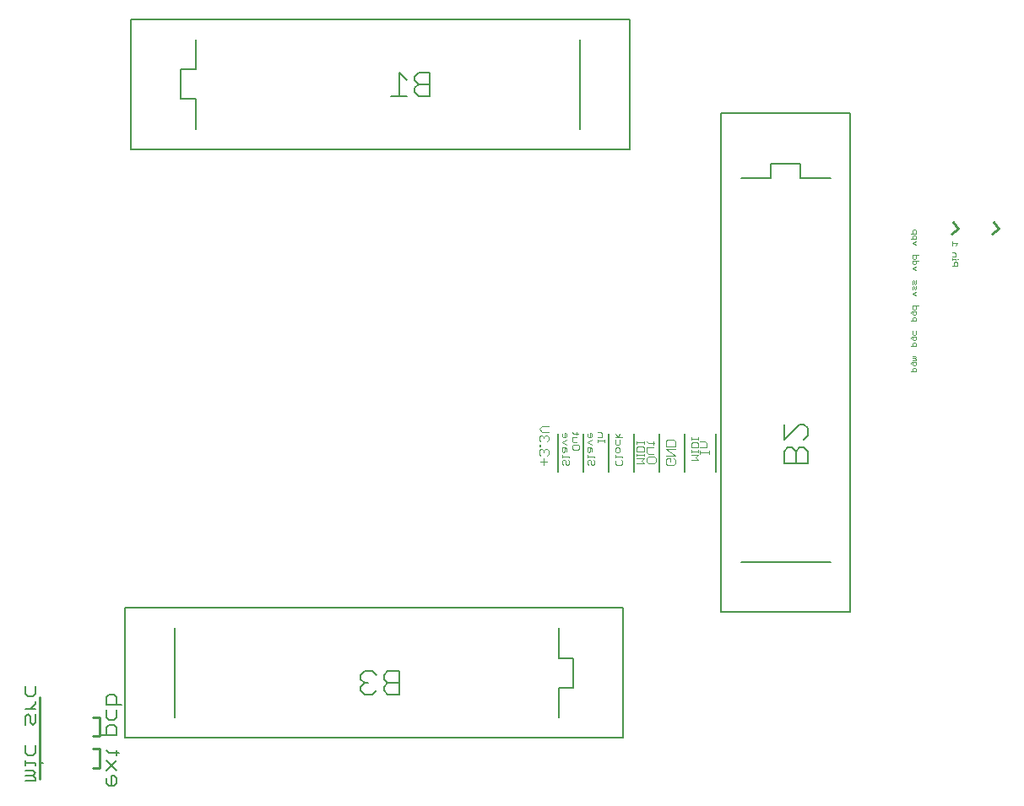
<source format=gbr>
G04 EAGLE Gerber X2 export*
%TF.Part,Single*%
%TF.FileFunction,Legend,Bot,1*%
%TF.FilePolarity,Positive*%
%TF.GenerationSoftware,Autodesk,EAGLE,8.7.0*%
%TF.CreationDate,2018-03-11T21:08:06Z*%
G75*
%MOMM*%
%FSLAX34Y34*%
%LPD*%
%AMOC8*
5,1,8,0,0,1.08239X$1,22.5*%
G01*
%ADD10C,0.254000*%
%ADD11C,0.203200*%
%ADD12C,0.050800*%
%ADD13C,0.076200*%
%ADD14C,0.127000*%


D10*
X942340Y572770D02*
X947420Y566420D01*
X941070Y561340D01*
X982980Y572770D02*
X988060Y566420D01*
X981710Y561340D01*
D11*
X546100Y360680D02*
X546100Y322580D01*
X571500Y322580D02*
X571500Y360680D01*
X596900Y360680D02*
X596900Y322580D01*
X647700Y322580D02*
X647700Y360680D01*
X673100Y360680D02*
X673100Y322580D01*
X622300Y322580D02*
X622300Y360680D01*
X704850Y360680D02*
X704850Y322580D01*
D10*
X86360Y76200D02*
X80010Y76200D01*
X80010Y25400D02*
X86360Y25400D01*
X86360Y44450D01*
X80010Y44450D01*
X86360Y57150D02*
X86360Y76200D01*
X86360Y57150D02*
X80010Y57150D01*
X26670Y96520D02*
X26670Y13970D01*
D12*
X901954Y526628D02*
X905683Y524764D01*
X905683Y528493D02*
X901954Y526628D01*
X901954Y534106D02*
X907547Y534106D01*
X901954Y534106D02*
X901954Y531309D01*
X902886Y530377D01*
X904750Y530377D01*
X905683Y531309D01*
X905683Y534106D01*
X907547Y539719D02*
X901954Y539719D01*
X901954Y536922D01*
X902886Y535990D01*
X904750Y535990D01*
X905683Y536922D01*
X905683Y539719D01*
X901954Y501228D02*
X905683Y499364D01*
X905683Y503093D02*
X901954Y501228D01*
X901954Y504977D02*
X901954Y507773D01*
X902886Y508706D01*
X903818Y507773D01*
X903818Y505909D01*
X904750Y504977D01*
X905683Y505909D01*
X905683Y508706D01*
X901954Y510590D02*
X901954Y513387D01*
X902886Y514319D01*
X903818Y513387D01*
X903818Y511522D01*
X904750Y510590D01*
X905683Y511522D01*
X905683Y514319D01*
X905683Y550164D02*
X901954Y552028D01*
X905683Y553893D01*
X905683Y555777D02*
X900090Y555777D01*
X905683Y555777D02*
X905683Y558573D01*
X904750Y559506D01*
X902886Y559506D01*
X901954Y558573D01*
X901954Y555777D01*
X900090Y561390D02*
X905683Y561390D01*
X905683Y564187D01*
X904750Y565119D01*
X902886Y565119D01*
X901954Y564187D01*
X901954Y561390D01*
X900090Y473964D02*
X905683Y473964D01*
X905683Y476760D01*
X904750Y477693D01*
X902886Y477693D01*
X901954Y476760D01*
X901954Y473964D01*
X900090Y481441D02*
X900090Y482373D01*
X901022Y483306D01*
X905683Y483306D01*
X905683Y480509D01*
X904750Y479577D01*
X902886Y479577D01*
X901954Y480509D01*
X901954Y483306D01*
X901954Y488919D02*
X907547Y488919D01*
X901954Y488919D02*
X901954Y486122D01*
X902886Y485190D01*
X904750Y485190D01*
X905683Y486122D01*
X905683Y488919D01*
X905683Y448564D02*
X900090Y448564D01*
X905683Y448564D02*
X905683Y451360D01*
X904750Y452293D01*
X902886Y452293D01*
X901954Y451360D01*
X901954Y448564D01*
X900090Y456041D02*
X900090Y456973D01*
X901022Y457906D01*
X905683Y457906D01*
X905683Y455109D01*
X904750Y454177D01*
X902886Y454177D01*
X901954Y455109D01*
X901954Y457906D01*
X905683Y460722D02*
X905683Y463519D01*
X905683Y460722D02*
X904750Y459790D01*
X902886Y459790D01*
X901954Y460722D01*
X901954Y463519D01*
X900090Y423164D02*
X905683Y423164D01*
X905683Y425960D01*
X904750Y426893D01*
X902886Y426893D01*
X901954Y425960D01*
X901954Y423164D01*
X900090Y430641D02*
X900090Y431573D01*
X901022Y432506D01*
X905683Y432506D01*
X905683Y429709D01*
X904750Y428777D01*
X902886Y428777D01*
X901954Y429709D01*
X901954Y432506D01*
X901954Y434390D02*
X905683Y434390D01*
X905683Y435322D01*
X904750Y436254D01*
X901954Y436254D01*
X904750Y436254D02*
X905683Y437187D01*
X904750Y438119D01*
X901954Y438119D01*
X941578Y529049D02*
X947171Y529049D01*
X947171Y531846D01*
X946239Y532778D01*
X944374Y532778D01*
X943442Y531846D01*
X943442Y529049D01*
X945307Y534663D02*
X945307Y535595D01*
X941578Y535595D01*
X941578Y534663D02*
X941578Y536527D01*
X947171Y535595D02*
X948103Y535595D01*
X945307Y538405D02*
X941578Y538405D01*
X945307Y538405D02*
X945307Y541201D01*
X944374Y542133D01*
X941578Y542133D01*
X945307Y549631D02*
X947171Y551495D01*
X941578Y551495D01*
X941578Y549631D02*
X941578Y553359D01*
D13*
X632593Y330581D02*
X625221Y330581D01*
X630136Y333038D02*
X632593Y330581D01*
X630136Y333038D02*
X632593Y335496D01*
X625221Y335496D01*
X625221Y338065D02*
X625221Y340523D01*
X625221Y339294D02*
X632593Y339294D01*
X632593Y338065D02*
X632593Y340523D01*
X632593Y343055D02*
X625221Y343055D01*
X625221Y346741D01*
X626450Y347969D01*
X631365Y347969D01*
X632593Y346741D01*
X632593Y343055D01*
X625221Y350539D02*
X625221Y352996D01*
X625221Y351767D02*
X632593Y351767D01*
X632593Y350539D02*
X632593Y352996D01*
X662269Y335582D02*
X663837Y334014D01*
X663837Y330879D01*
X662269Y329311D01*
X655999Y329311D01*
X654431Y330879D01*
X654431Y334014D01*
X655999Y335582D01*
X659134Y335582D01*
X659134Y332446D01*
X654431Y338666D02*
X663837Y338666D01*
X654431Y344937D01*
X663837Y344937D01*
X663837Y348021D02*
X654431Y348021D01*
X654431Y352724D01*
X655999Y354292D01*
X662269Y354292D01*
X663837Y352724D01*
X663837Y348021D01*
X532134Y335582D02*
X532134Y329311D01*
X535269Y332446D02*
X528999Y332446D01*
X535269Y338666D02*
X536837Y340234D01*
X536837Y343369D01*
X535269Y344937D01*
X533702Y344937D01*
X532134Y343369D01*
X532134Y341802D01*
X532134Y343369D02*
X530566Y344937D01*
X528999Y344937D01*
X527431Y343369D01*
X527431Y340234D01*
X528999Y338666D01*
X528999Y348021D02*
X527431Y348021D01*
X528999Y348021D02*
X528999Y349589D01*
X527431Y349589D01*
X527431Y348021D01*
X535269Y352699D02*
X536837Y354267D01*
X536837Y357402D01*
X535269Y358970D01*
X533702Y358970D01*
X532134Y357402D01*
X532134Y355834D01*
X532134Y357402D02*
X530566Y358970D01*
X528999Y358970D01*
X527431Y357402D01*
X527431Y354267D01*
X528999Y352699D01*
X530566Y362054D02*
X536837Y362054D01*
X530566Y362054D02*
X527431Y365190D01*
X530566Y368325D01*
X536837Y368325D01*
X556435Y334226D02*
X557663Y332997D01*
X557663Y330540D01*
X556435Y329311D01*
X555206Y329311D01*
X553977Y330540D01*
X553977Y332997D01*
X552748Y334226D01*
X551520Y334226D01*
X550291Y332997D01*
X550291Y330540D01*
X551520Y329311D01*
X557663Y336795D02*
X557663Y338024D01*
X550291Y338024D01*
X550291Y336795D02*
X550291Y339253D01*
X555206Y343013D02*
X555206Y345471D01*
X553977Y346699D01*
X550291Y346699D01*
X550291Y343013D01*
X551520Y341785D01*
X552748Y343013D01*
X552748Y346699D01*
X555206Y349269D02*
X550291Y351726D01*
X555206Y354184D01*
X550291Y357982D02*
X550291Y360439D01*
X550291Y357982D02*
X551520Y356753D01*
X553977Y356753D01*
X555206Y357982D01*
X555206Y360439D01*
X553977Y361668D01*
X552748Y361668D01*
X552748Y356753D01*
X567823Y348237D02*
X567823Y345780D01*
X566595Y344551D01*
X561680Y344551D01*
X560451Y345780D01*
X560451Y348237D01*
X561680Y349466D01*
X566595Y349466D01*
X567823Y348237D01*
X565366Y352035D02*
X561680Y352035D01*
X560451Y353264D01*
X560451Y356950D01*
X565366Y356950D01*
X566595Y360748D02*
X561680Y360748D01*
X560451Y361977D01*
X565366Y361977D02*
X565366Y359519D01*
X581835Y334226D02*
X583063Y332997D01*
X583063Y330540D01*
X581835Y329311D01*
X580606Y329311D01*
X579377Y330540D01*
X579377Y332997D01*
X578148Y334226D01*
X576920Y334226D01*
X575691Y332997D01*
X575691Y330540D01*
X576920Y329311D01*
X583063Y336795D02*
X583063Y338024D01*
X575691Y338024D01*
X575691Y336795D02*
X575691Y339253D01*
X580606Y343013D02*
X580606Y345471D01*
X579377Y346699D01*
X575691Y346699D01*
X575691Y343013D01*
X576920Y341785D01*
X578148Y343013D01*
X578148Y346699D01*
X580606Y349269D02*
X575691Y351726D01*
X580606Y354184D01*
X575691Y357982D02*
X575691Y360439D01*
X575691Y357982D02*
X576920Y356753D01*
X579377Y356753D01*
X580606Y357982D01*
X580606Y360439D01*
X579377Y361668D01*
X578148Y361668D01*
X578148Y356753D01*
X585851Y354628D02*
X585851Y352171D01*
X585851Y353400D02*
X593223Y353400D01*
X593223Y354628D02*
X593223Y352171D01*
X590766Y357160D02*
X585851Y357160D01*
X590766Y357160D02*
X590766Y360847D01*
X589537Y362075D01*
X585851Y362075D01*
X609775Y334226D02*
X611003Y332997D01*
X611003Y330540D01*
X609775Y329311D01*
X604860Y329311D01*
X603631Y330540D01*
X603631Y332997D01*
X604860Y334226D01*
X611003Y336795D02*
X611003Y338024D01*
X603631Y338024D01*
X603631Y336795D02*
X603631Y339253D01*
X603631Y343013D02*
X603631Y345471D01*
X604860Y346699D01*
X607317Y346699D01*
X608546Y345471D01*
X608546Y343013D01*
X607317Y341785D01*
X604860Y341785D01*
X603631Y343013D01*
X608546Y350497D02*
X608546Y354184D01*
X608546Y350497D02*
X607317Y349269D01*
X604860Y349269D01*
X603631Y350497D01*
X603631Y354184D01*
X603631Y356753D02*
X611003Y356753D01*
X606088Y356753D02*
X603631Y360439D01*
X606088Y356753D02*
X608546Y360439D01*
X644787Y335737D02*
X644787Y332601D01*
X643219Y331034D01*
X636949Y331034D01*
X635381Y332601D01*
X635381Y335737D01*
X636949Y337305D01*
X643219Y337305D01*
X644787Y335737D01*
X641652Y340389D02*
X636949Y340389D01*
X635381Y341957D01*
X635381Y346660D01*
X641652Y346660D01*
X643219Y351312D02*
X636949Y351312D01*
X635381Y352880D01*
X641652Y352880D02*
X641652Y349744D01*
X679831Y334391D02*
X687203Y334391D01*
X684746Y336848D01*
X687203Y339306D01*
X679831Y339306D01*
X679831Y341875D02*
X679831Y344333D01*
X679831Y343104D02*
X687203Y343104D01*
X687203Y341875D02*
X687203Y344333D01*
X687203Y346865D02*
X679831Y346865D01*
X679831Y350551D01*
X681060Y351779D01*
X685975Y351779D01*
X687203Y350551D01*
X687203Y346865D01*
X679831Y354349D02*
X679831Y356806D01*
X679831Y355577D02*
X687203Y355577D01*
X687203Y354349D02*
X687203Y356806D01*
X688721Y343524D02*
X688721Y340389D01*
X688721Y341957D02*
X698127Y341957D01*
X698127Y343524D02*
X698127Y340389D01*
X694992Y346626D02*
X688721Y346626D01*
X694992Y346626D02*
X694992Y351329D01*
X693424Y352897D01*
X688721Y352897D01*
D14*
X93345Y14739D02*
X93345Y9570D01*
X95930Y6985D01*
X101099Y6985D01*
X103683Y9570D01*
X103683Y14739D01*
X101099Y17323D01*
X98514Y17323D01*
X98514Y6985D01*
X103683Y22421D02*
X93345Y32759D01*
X93345Y22421D02*
X103683Y32759D01*
X106268Y40442D02*
X95930Y40442D01*
X93345Y43026D01*
X103683Y43026D02*
X103683Y37857D01*
X103683Y57785D02*
X88176Y57785D01*
X103683Y57785D02*
X103683Y65539D01*
X101099Y68123D01*
X95930Y68123D01*
X93345Y65539D01*
X93345Y57785D01*
X103683Y75806D02*
X103683Y83559D01*
X103683Y75806D02*
X101099Y73221D01*
X95930Y73221D01*
X93345Y75806D01*
X93345Y83559D01*
X93345Y88657D02*
X108852Y88657D01*
X93345Y88657D02*
X93345Y96411D01*
X95930Y98995D01*
X101099Y98995D01*
X103683Y96411D01*
X103683Y88657D01*
X22149Y12061D02*
X11811Y12061D01*
X22149Y12061D02*
X22149Y14645D01*
X19565Y17230D01*
X11811Y17230D01*
X19565Y17230D02*
X22149Y19814D01*
X19565Y22399D01*
X11811Y22399D01*
X22149Y27497D02*
X22149Y30081D01*
X11811Y30081D01*
X11811Y27497D02*
X11811Y32666D01*
X27318Y30081D02*
X29903Y30081D01*
X22149Y40372D02*
X22149Y48125D01*
X22149Y40372D02*
X19565Y37787D01*
X14396Y37787D01*
X11811Y40372D01*
X11811Y48125D01*
X11811Y68659D02*
X11811Y76413D01*
X14396Y78998D01*
X16980Y76413D01*
X16980Y71244D01*
X19565Y68659D01*
X22149Y71244D01*
X22149Y78998D01*
X22149Y84095D02*
X11811Y84095D01*
X16980Y84095D02*
X22149Y89265D01*
X22149Y91849D01*
X22149Y99543D02*
X22149Y107297D01*
X22149Y99543D02*
X19565Y96959D01*
X14396Y96959D01*
X11811Y99543D01*
X11811Y107297D01*
X568300Y666200D02*
X568300Y756200D01*
X183300Y696200D02*
X183300Y666200D01*
X183300Y696200D02*
X168300Y696200D01*
X168300Y726200D01*
X183300Y726200D01*
X183300Y756200D01*
X618300Y776200D02*
X618300Y646200D01*
X618300Y776200D02*
X118300Y776200D01*
X118300Y646200D01*
X618300Y646200D01*
D11*
X418084Y699516D02*
X418084Y722904D01*
X406390Y722904D01*
X402492Y719006D01*
X402492Y715108D01*
X406390Y711210D01*
X402492Y707312D01*
X402492Y703414D01*
X406390Y699516D01*
X418084Y699516D01*
X418084Y711210D02*
X406390Y711210D01*
X394696Y715108D02*
X386900Y722904D01*
X386900Y699516D01*
X394696Y699516D02*
X379104Y699516D01*
D14*
X729700Y231800D02*
X819700Y231800D01*
X759700Y616800D02*
X729700Y616800D01*
X759700Y616800D02*
X759700Y631800D01*
X789700Y631800D01*
X789700Y616800D01*
X819700Y616800D01*
X839700Y181800D02*
X709700Y181800D01*
X839700Y181800D02*
X839700Y681800D01*
X709700Y681800D01*
X709700Y181800D01*
D11*
X773176Y331216D02*
X796564Y331216D01*
X796564Y342910D01*
X792666Y346808D01*
X788768Y346808D01*
X784870Y342910D01*
X780972Y346808D01*
X777074Y346808D01*
X773176Y342910D01*
X773176Y331216D01*
X784870Y331216D02*
X784870Y342910D01*
X773176Y354604D02*
X773176Y370196D01*
X773176Y354604D02*
X788768Y370196D01*
X792666Y370196D01*
X796564Y366298D01*
X796564Y358502D01*
X792666Y354604D01*
D14*
X161950Y165650D02*
X161950Y75650D01*
X546950Y135650D02*
X546950Y165650D01*
X546950Y135650D02*
X561950Y135650D01*
X561950Y105650D01*
X546950Y105650D01*
X546950Y75650D01*
X111950Y55650D02*
X111950Y185650D01*
X111950Y55650D02*
X611950Y55650D01*
X611950Y185650D01*
X111950Y185650D01*
D11*
X387390Y122194D02*
X387390Y98806D01*
X387390Y122194D02*
X375696Y122194D01*
X371798Y118296D01*
X371798Y114398D01*
X375696Y110500D01*
X371798Y106602D01*
X371798Y102704D01*
X375696Y98806D01*
X387390Y98806D01*
X387390Y110500D02*
X375696Y110500D01*
X364002Y118296D02*
X360104Y122194D01*
X352308Y122194D01*
X348410Y118296D01*
X348410Y114398D01*
X352308Y110500D01*
X356206Y110500D01*
X352308Y110500D02*
X348410Y106602D01*
X348410Y102704D01*
X352308Y98806D01*
X360104Y98806D01*
X364002Y102704D01*
M02*

</source>
